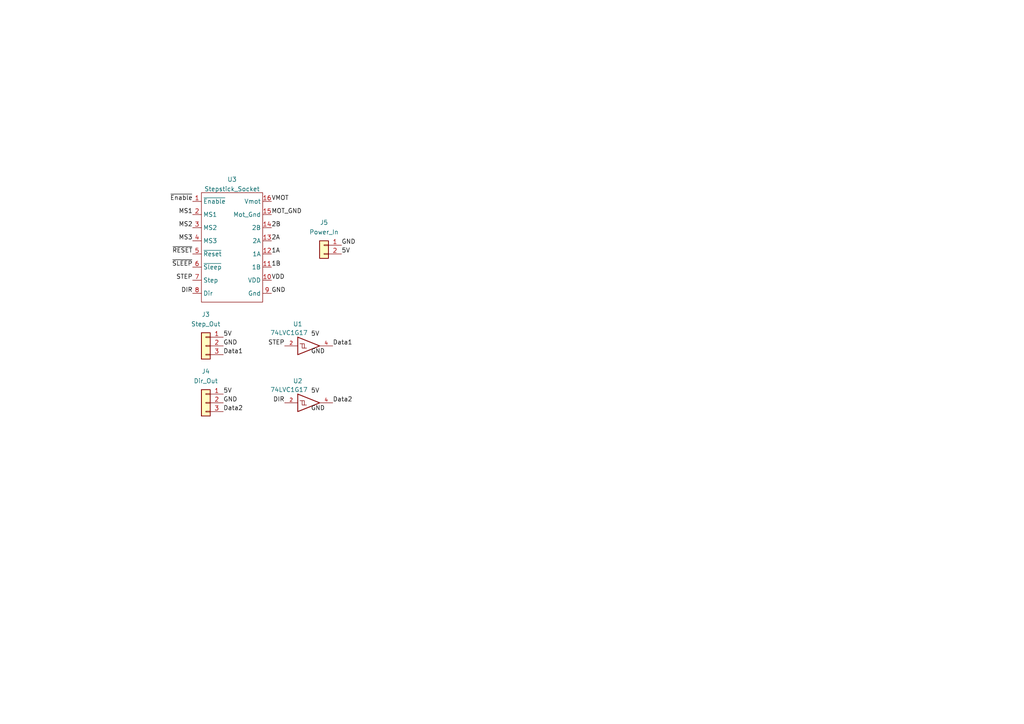
<source format=kicad_sch>
(kicad_sch (version 20211123) (generator eeschema)
  (paper "A4")
  (lib_symbols
    (symbol "74xGxx:74LVC1G17" (pin_names (offset 1.016))
      (property "Reference" "U" (at -2.54 3.81 0))
      (property "Value" "74LVC1G17" (at 0 -3.81 0))
      (symbol "74LVC1G17_0_1"
        (polyline (pts (xy -2.54 0.635) (xy -1.905 0.635) (xy -1.905 -0.635)))
        (polyline (pts (xy -3.81 2.54) (xy -3.81 -2.54) (xy 2.54 0) (xy -3.81 2.54)) (stroke (width 0.254)))
        (polyline (pts (xy -3.175 0.635) (xy -2.54 0.635) (xy -2.54 -0.635) (xy -1.27 -0.635)))
      )
      (symbol "74LVC1G17_1_1"
        (pin input line (at -7.62 0 0) (length 3.81) (name "~") (number "2"))
        (pin power_in line (at 0 -2.54 270) (length 0) hide (name "GND") (number "3"))
        (pin output line (at 6.35 0 180) (length 3.81) (name "~") (number "4"))
        (pin power_in line (at 0 2.54 90) (length 0) hide (name "VCC") (number "5"))
      )
    )
    (symbol "Connector_Generic:Conn_01x02" (pin_names (offset 1.016) hide)
      (property "Reference" "J" (at 0 2.54 0))
      (property "Value" "Conn_01x02" (at 0 -5.08 0))
      (symbol "Conn_01x02_1_1"
        (rectangle (start -1.27 -2.413) (end 0 -2.667) (stroke (width 0.1524)))
        (rectangle (start -1.27 0.127) (end 0 -0.127) (stroke (width 0.1524)))
        (rectangle (start -1.27 1.27) (end 1.27 -3.81) (stroke (width 0.254)) (fill (type background)))
        (pin passive line (at -5.08 0 0) (length 3.81) (name "Pin_1") (number "1"))
        (pin passive line (at -5.08 -2.54 0) (length 3.81) (name "Pin_2") (number "2"))
      )
    )
    (symbol "Connector_Generic:Conn_01x03" (pin_names (offset 1.016) hide)
      (property "Reference" "J" (at 0 5.08 0))
      (property "Value" "Conn_01x03" (at 0 -5.08 0))
      (symbol "Conn_01x03_1_1"
        (rectangle (start -1.27 -2.413) (end 0 -2.667) (stroke (width 0.1524)))
        (rectangle (start -1.27 0.127) (end 0 -0.127) (stroke (width 0.1524)))
        (rectangle (start -1.27 2.667) (end 0 2.413) (stroke (width 0.1524)))
        (rectangle (start -1.27 3.81) (end 1.27 -3.81) (stroke (width 0.254)) (fill (type background)))
        (pin passive line (at -5.08 2.54 0) (length 3.81) (name "Pin_1") (number "1"))
        (pin passive line (at -5.08 0 0) (length 3.81) (name "Pin_2") (number "2"))
        (pin passive line (at -5.08 -2.54 0) (length 3.81) (name "Pin_3") (number "3"))
      )
    )
    (symbol "Stepstick_Pixel:Stepstick_Socket"
      (property "Reference" "U" (at 5.08 -17.78 0))
      (property "Value" "Stepstick_Socket" (at 0 16.51 0))
      (symbol "Stepstick_Socket_0_1"
        (rectangle (start -8.89 15.24) (end 8.89 -16.51))
      )
      (symbol "Stepstick_Socket_1_1"
        (pin input line (at -11.43 12.7 0) (length 2.54) (name "~{Enable}") (number "1"))
        (pin input line (at 11.43 -10.16 180) (length 2.54) (name "VDD") (number "10"))
        (pin input line (at 11.43 -6.35 180) (length 2.54) (name "1B") (number "11"))
        (pin input line (at 11.43 -2.54 180) (length 2.54) (name "1A") (number "12"))
        (pin input line (at 11.43 1.27 180) (length 2.54) (name "2A") (number "13"))
        (pin input line (at 11.43 5.08 180) (length 2.54) (name "2B") (number "14"))
        (pin input line (at 11.43 8.89 180) (length 2.54) (name "Mot_Gnd") (number "15"))
        (pin input line (at 11.43 12.7 180) (length 2.54) (name "Vmot") (number "16"))
        (pin input line (at -11.43 8.89 0) (length 2.54) (name "MS1") (number "2"))
        (pin input line (at -11.43 5.08 0) (length 2.54) (name "MS2") (number "3"))
        (pin input line (at -11.43 1.27 0) (length 2.54) (name "MS3") (number "4"))
        (pin input line (at -11.43 -2.54 0) (length 2.54) (name "~{Reset}") (number "5"))
        (pin input line (at -11.43 -6.35 0) (length 2.54) (name "~{Sleep}") (number "6"))
        (pin input line (at -11.43 -10.16 0) (length 2.54) (name "Step") (number "7"))
        (pin input line (at -11.43 -13.97 0) (length 2.54) (name "Dir") (number "8"))
        (pin input line (at 11.43 -13.97 180) (length 2.54) (name "Gnd") (number "9"))
      )
    )
  )
  (label "5V" (at 64.77 114.3 0))
  (label "2A" (at 78.74 69.85 0))
  (label "GND" (at 64.77 116.84 0))
  (label "2B" (at 78.74 66.04 0))
  (label "STEP" (at 55.88 81.28 180))
  (label "VMOT" (at 78.74 58.42 0))
  (label "~{SLEEP}" (at 55.88 77.47 180))
  (label "1B" (at 78.74 77.47 0))
  (label "STEP" (at 82.55 100.33 180))
  (label "5V" (at 90.17 97.79 0))
  (label "DIR" (at 82.55 116.84 180))
  (label "Data1" (at 64.77 102.87 0))
  (label "MOT_GND" (at 78.74 62.23 0))
  (label "GND" (at 78.74 85.09 0))
  (label "Data1" (at 96.52 100.33 0))
  (label "~{RESET}" (at 55.88 73.66 180))
  (label "MS3" (at 55.88 69.85 180))
  (label "5V" (at 64.77 97.79 0))
  (label "GND" (at 90.17 102.87 0))
  (label "DIR" (at 55.88 85.09 180))
  (label "5V" (at 99.06 73.66 0))
  (label "VDD" (at 78.74 81.28 0))
  (label "GND" (at 90.17 119.38 0))
  (label "~{Enable}" (at 55.88 58.42 180))
  (label "MS2" (at 55.88 66.04 180))
  (label "GND" (at 99.06 71.12 0))
  (label "Data2" (at 64.77 119.38 0))
  (label "MS1" (at 55.88 62.23 180))
  (label "5V" (at 90.17 114.3 0))
  (label "Data2" (at 96.52 116.84 0))
  (label "GND" (at 64.77 100.33 0))
  (label "1A" (at 78.74 73.66 0))
  (symbol (lib_id "74xGxx:74LVC1G17") (at 90.17 116.84 0) (unit 1)
    (property "Reference" "U2" (at 86.36 110.49 0))
    (property "Value" "74LVC1G17" (at 83.82 113.03 0))
    (property "Footprint" "Stepstick_Pixel:SOT-753" (effects hide))
    (property "Datasheet" "http://www.ti.com/lit/sg/scyt129e/scyt129e.pdf" (effects hide))
  )
  (symbol (lib_id "Stepstick_Pixel:Stepstick_Socket") (at 67.31 71.12 0) (unit 1)
    (property "Reference" "U3" (at 67.31 52.0405 0))
    (property "Value" "Stepstick_Socket" (at 67.31 54.8156 0))
    (property "Footprint" "Stepstick_Pixel:Stepstick_Socket" (effects hide))
  )
  (symbol (lib_id "Connector_Generic:Conn_01x03") (at 59.69 100.33 0) (mirror y) (unit 1)
    (property "Reference" "J3" (at 59.69 91.2049 0))
    (property "Value" "Step_Out" (at 59.69 93.98 0))
    (property "Footprint" "Connector_JST:JST_XH_B3B-XH-A_1x03_P2.50mm_Vertical" (effects hide))
  )
  (symbol (lib_id "74xGxx:74LVC1G17") (at 90.17 100.33 0) (unit 1)
    (property "Reference" "U1" (at 86.36 93.98 0))
    (property "Value" "74LVC1G17" (at 83.82 96.52 0))
    (property "Footprint" "Stepstick_Pixel:SOT-753" (effects hide))
    (property "Datasheet" "http://www.ti.com/lit/sg/scyt129e/scyt129e.pdf" (effects hide))
  )
  (symbol (lib_id "Connector_Generic:Conn_01x02") (at 93.98 71.12 0) (mirror y) (unit 1)
    (property "Reference" "J5" (at 93.98 64.5349 0))
    (property "Value" "Power_In" (at 93.98 67.31 0))
    (property "Footprint" "Connector_JST:JST_XH_B2B-XH-A_1x02_P2.50mm_Vertical" (effects hide))
  )
  (symbol (lib_id "Connector_Generic:Conn_01x03") (at 59.69 116.84 0) (mirror y) (unit 1)
    (property "Reference" "J4" (at 59.69 107.7149 0))
    (property "Value" "Dir_Out" (at 59.69 110.49 0))
    (property "Footprint" "Connector_JST:JST_XH_B3B-XH-A_1x03_P2.50mm_Vertical" (effects hide))
  )
)
</source>
